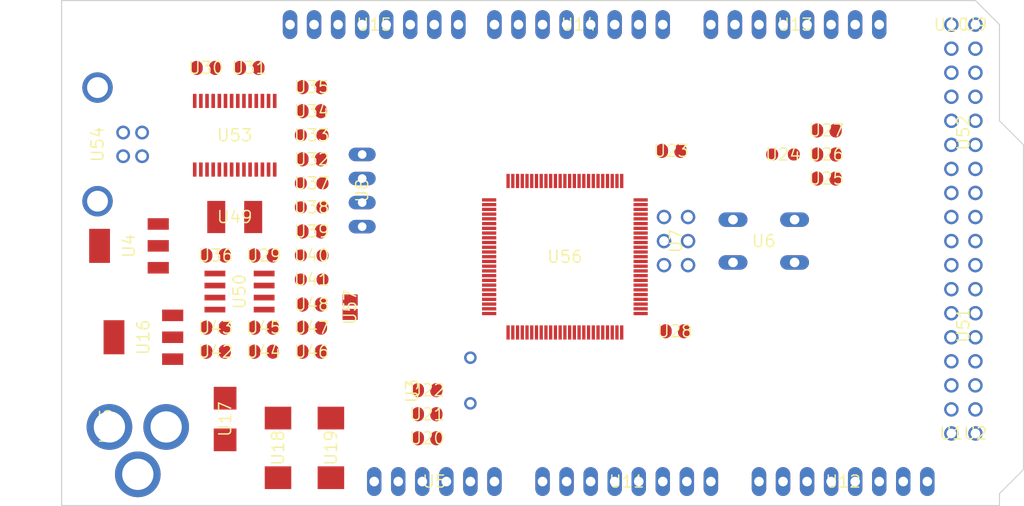
<source format=kicad_pcb>
(kicad_pcb (version 20221018) (generator pcbnew)
  (layers (0 "F.Cu" signal "Top") (31 "B.Cu" signal "Bottom") (34 "B.Paste" user) (35 "F.Paste" user) (36 "B.SilkS" user "B.Silkscreen") (37 "F.SilkS" user "F.Silkscreen") (38 "B.Mask" user) (39 "F.Mask" user) (44 "Edge.Cuts" user))
  (net 0 "")
  (net 1 "+5V")
  (net 2 "GND")
  (net 3 "N$6")
  (net 4 "N$7")
  (net 5 "AREF")
  (net 6 "RESET")
  (net 7 "VIN")
  (net 8 "N$3")
  (net 9 "PWRIN")
  (net 10 "M8RXD")
  (net 11 "M8TXD")
  (net 12 "ADC0")
  (net 13 "ADC2")
  (net 14 "ADC1")
  (net 15 "ADC3")
  (net 16 "ADC4")
  (net 17 "ADC5")
  (net 18 "ADC6")
  (net 19 "ADC7")
  (net 20 "+3V3")
  (net 21 "SDA")
  (net 22 "SCL")
  (net 23 "ADC9")
  (net 24 "ADC8")
  (net 25 "ADC10")
  (net 26 "ADC11")
  (net 27 "ADC12")
  (net 28 "ADC13")
  (net 29 "ADC14")
  (net 30 "ADC15")
  (net 31 "PB3")
  (net 32 "PB2")
  (net 33 "PB1")
  (net 34 "PB5")
  (net 35 "PB4")
  (net 36 "PE5")
  (net 37 "PE4")
  (net 38 "PE3")
  (net 39 "PE1")
  (net 40 "PE0")
  (net 41 "N$15")
  (net 42 "N$53")
  (net 43 "N$54")
  (net 44 "N$55")
  (net 45 "D-")
  (net 46 "D+")
  (net 47 "N$60")
  (net 48 "DTR")
  (net 49 "USBVCC")
  (net 50 "N$2")
  (net 51 "N$4")
  (net 52 "GATE_CMD")
  (net 53 "CMP")
  (net 54 "PB6")
  (net 55 "PH3")
  (net 56 "PH4")
  (net 57 "PH5")
  (net 58 "PH6")
  (net 59 "PG5")
  (net 60 "RXD1")
  (net 61 "TXD1")
  (net 62 "RXD2")
  (net 63 "RXD3")
  (net 64 "TXD2")
  (net 65 "TXD3")
  (net 66 "PC0")
  (net 67 "PC1")
  (net 68 "PC2")
  (net 69 "PC3")
  (net 70 "PC4")
  (net 71 "PC5")
  (net 72 "PC6")
  (net 73 "PC7")
  (net 74 "PB0")
  (net 75 "PG0")
  (net 76 "PG1")
  (net 77 "PG2")
  (net 78 "PD7")
  (net 79 "PA0")
  (net 80 "PA1")
  (net 81 "PA2")
  (net 82 "PA3")
  (net 83 "PA4")
  (net 84 "PA5")
  (net 85 "PA6")
  (net 86 "PA7")
  (net 87 "PL0")
  (net 88 "PL1")
  (net 89 "PL2")
  (net 90 "PL3")
  (net 91 "PL4")
  (net 92 "PL5")
  (net 93 "PL6")
  (net 94 "PL7")
  (net 95 "PB7")
  (net 96 "CTS")
  (net 97 "DSR")
  (net 98 "DCD")
  (net 99 "RI")
  (footprint "Arduino_MEGA_Reference_Design:2X03" (layer "F.Cu") (at 162.5981 103.7336 -90)
    (fp_text reference "U7")
    (fp_text value "")
  )
  (footprint "Arduino_MEGA_Reference_Design:1X08" (layer "F.Cu") (at 152.3111 80.8736 180)
    (fp_text reference "U14")
    (fp_text value "")
  )
  (footprint "Arduino_MEGA_Reference_Design:1X08" (layer "F.Cu") (at 130.7211 80.8736 180)
    (fp_text reference "U15")
    (fp_text value "")
  )
  (footprint "Arduino_MEGA_Reference_Design:SMC_D" (layer "F.Cu") (at 120.5611 125.5776 -90)
    (fp_text reference "U18")
    (fp_text value "")
  )
  (footprint "Arduino_MEGA_Reference_Design:SMC_D" (layer "F.Cu") (at 126.1491 125.5776 -90)
    (fp_text reference "U19")
    (fp_text value "")
  )
  (footprint "Arduino_MEGA_Reference_Design:B3F-10XX" (layer "F.Cu") (at 171.8691 103.7336 180)
    (fp_text reference "U6")
    (fp_text value "")
  )
  (footprint "Arduino_MEGA_Reference_Design:0805RND" (layer "F.Cu") (at 173.9011 94.5896 180)
    (fp_text reference "U24")
    (fp_text value "")
  )
  (footprint "Arduino_MEGA_Reference_Design:SMB" (layer "F.Cu") (at 114.9731 122.5296 -90)
    (fp_text reference "U17")
    (fp_text value "")
  )
  (footprint "Arduino_MEGA_Reference_Design:DC-21MM" (layer "F.Cu") (at 103.0351 123.2916 90)
    (fp_text reference "U55")
    (fp_text value "")
  )
  (footprint "Arduino_MEGA_Reference_Design:HC49_S" (layer "F.Cu") (at 140.8811 118.4656 90)
    (fp_text reference "U3")
    (fp_text value "")
  )
  (footprint "Arduino_MEGA_Reference_Design:SOT223" (layer "F.Cu") (at 106.3371 113.8936 90)
    (fp_text reference "U16")
    (fp_text value "")
  )
  (footprint "Arduino_MEGA_Reference_Design:1X06" (layer "F.Cu") (at 137.0711 129.1336)
    (fp_text reference "U5")
    (fp_text value "")
  )
  (footprint "Arduino_MEGA_Reference_Design:C0805RND" (layer "F.Cu") (at 124.1171 87.4776)
    (fp_text reference "U35")
    (fp_text value "")
  )
  (footprint "Arduino_MEGA_Reference_Design:C0805RND" (layer "F.Cu") (at 162.4711 113.2586)
    (fp_text reference "U28")
    (fp_text value "")
  )
  (footprint "Arduino_MEGA_Reference_Design:C0805RND" (layer "F.Cu") (at 136.3091 122.0216)
    (fp_text reference "U21")
    (fp_text value "")
  )
  (footprint "Arduino_MEGA_Reference_Design:C0805RND" (layer "F.Cu") (at 136.3091 119.4816)
    (fp_text reference "U22")
    (fp_text value "")
  )
  (footprint "Arduino_MEGA_Reference_Design:C0805RND" (layer "F.Cu") (at 113.9571 112.8776)
    (fp_text reference "U43")
    (fp_text value "")
  )
  (footprint "Arduino_MEGA_Reference_Design:RCL_0805RND" (layer "F.Cu") (at 124.1171 105.2576)
    (fp_text reference "U40")
    (fp_text value "")
  )
  (footprint "Arduino_MEGA_Reference_Design:RCL_0805RND" (layer "F.Cu") (at 124.1171 107.7976)
    (fp_text reference "U41")
    (fp_text value "")
  )
  (footprint "Arduino_MEGA_Reference_Design:1X08" (layer "F.Cu") (at 157.3911 129.1336)
    (fp_text reference "U11")
    (fp_text value "")
  )
  (footprint "Arduino_MEGA_Reference_Design:1X08" (layer "F.Cu") (at 175.1711 80.8736 180)
    (fp_text reference "U13")
    (fp_text value "")
  )
  (footprint "Arduino_MEGA_Reference_Design:R0805RND" (layer "F.Cu") (at 178.4731 94.5896 180)
    (fp_text reference "U26")
    (fp_text value "")
  )
  (footprint "Arduino_MEGA_Reference_Design:R0805RND" (layer "F.Cu") (at 178.4731 92.0496 180)
    (fp_text reference "U27")
    (fp_text value "")
  )
  (footprint "Arduino_MEGA_Reference_Design:TQFP100" (layer "F.Cu") (at 150.86109924316406 105.38818359375 0)
    (fp_text reference "U56")
    (fp_text value "")
  )
  (footprint "Arduino_MEGA_Reference_Design:C0805RND" (layer "F.Cu") (at 162.0901 94.2086 180)
    (fp_text reference "U23")
    (fp_text value "")
  )
  (footprint "Arduino_MEGA_Reference_Design:C0805RND" (layer "F.Cu") (at 136.3091 124.5616)
    (fp_text reference "U20")
    (fp_text value "")
  )
  (footprint "Arduino_MEGA_Reference_Design:1X08" (layer "F.Cu") (at 180.2511 129.1336)
    (fp_text reference "U12")
    (fp_text value "")
  )
  (footprint "Arduino_MEGA_Reference_Design:R0805RND" (layer "F.Cu") (at 124.1171 112.8776)
    (fp_text reference "U47")
    (fp_text value "")
  )
  (footprint "Arduino_MEGA_Reference_Design:C0805RND" (layer "F.Cu") (at 124.1171 115.4176)
    (fp_text reference "U46")
    (fp_text value "")
  )
  (footprint "Arduino_MEGA_Reference_Design:C0805RND" (layer "F.Cu") (at 113.9571 105.2576)
    (fp_text reference "U36")
    (fp_text value "")
  )
  (footprint "Arduino_MEGA_Reference_Design:C0805RND" (layer "F.Cu") (at 112.9411 85.4456)
    (fp_text reference "U30")
    (fp_text value "")
  )
  (footprint "Arduino_MEGA_Reference_Design:0805RND" (layer "F.Cu") (at 124.1171 100.1776 180)
    (fp_text reference "U38")
    (fp_text value "")
  )
  (footprint "Arduino_MEGA_Reference_Design:0805RND" (layer "F.Cu") (at 124.1171 97.6376 180)
    (fp_text reference "U37")
    (fp_text value "")
  )
  (footprint "Arduino_MEGA_Reference_Design:R0805RND" (layer "F.Cu") (at 124.1171 95.0976)
    (fp_text reference "U32")
    (fp_text value "")
  )
  (footprint "Arduino_MEGA_Reference_Design:R0805RND" (layer "F.Cu") (at 124.1171 102.7176)
    (fp_text reference "U39")
    (fp_text value "")
  )
  (footprint "Arduino_MEGA_Reference_Design:SSOP28" (layer "F.Cu") (at 115.9891 92.5576)
    (fp_text reference "U53")
    (fp_text value "")
  )
  (footprint "Arduino_MEGA_Reference_Design:PN61729" (layer "F.Cu") (at 98.9584 93.5228 -90)
    (fp_text reference "U54")
    (fp_text value "")
  )
  (footprint "Arduino_MEGA_Reference_Design:L1812" (layer "F.Cu") (at 115.9891 101.1936)
    (fp_text reference "U49")
    (fp_text value "")
  )
  (footprint "Arduino_MEGA_Reference_Design:C0805RND" (layer "F.Cu") (at 117.5131 85.4456)
    (fp_text reference "U31")
    (fp_text value "")
  )
  (footprint "Arduino_MEGA_Reference_Design:0805RND" (layer "F.Cu") (at 124.1171 92.5576 180)
    (fp_text reference "U33")
    (fp_text value "")
  )
  (footprint "Arduino_MEGA_Reference_Design:R0805RND" (layer "F.Cu") (at 124.1171 90.0176 180)
    (fp_text reference "U34")
    (fp_text value "")
  )
  (footprint "Arduino_MEGA_Reference_Design:C0805RND" (layer "F.Cu") (at 124.1171 110.4392 180)
    (fp_text reference "U48")
    (fp_text value "")
  )
  (footprint "Arduino_MEGA_Reference_Design:SOT223" (layer "F.Cu") (at 104.8131 104.2416 90)
    (fp_text reference "U4")
    (fp_text value "")
  )
  (footprint "Arduino_MEGA_Reference_Design:SO08" (layer "F.Cu") (at 116.4971 109.0676 -90)
    (fp_text reference "U50")
    (fp_text value "")
  )
  (footprint "Arduino_MEGA_Reference_Design:R0805RND" (layer "F.Cu") (at 113.9571 115.4176 180)
    (fp_text reference "U42")
    (fp_text value "")
  )
  (footprint "Arduino_MEGA_Reference_Design:R0805RND" (layer "F.Cu") (at 119.0371 112.8776 180)
    (fp_text reference "U45")
    (fp_text value "")
  )
  (footprint "Arduino_MEGA_Reference_Design:C0805RND" (layer "F.Cu") (at 119.0371 115.4176 180)
    (fp_text reference "U44")
    (fp_text value "")
  )
  (footprint "Arduino_MEGA_Reference_Design:C0805RND" (layer "F.Cu") (at 119.0371 105.2576)
    (fp_text reference "U29")
    (fp_text value "")
  )
  (footprint "Arduino_MEGA_Reference_Design:2X08" (layer "F.Cu") (at 192.9511 92.3036 90)
    (fp_text reference "U52")
    (fp_text value "")
  )
  (footprint "Arduino_MEGA_Reference_Design:2X08" (layer "F.Cu") (at 192.9511 112.6236 90)
    (fp_text reference "U51")
    (fp_text value "")
  )
  (footprint "Arduino_MEGA_Reference_Design:R0805RND" (layer "F.Cu") (at 178.4731 97.1296 180)
    (fp_text reference "U25")
    (fp_text value "")
  )
  (footprint "Arduino_MEGA_Reference_Design:1X01" (layer "F.Cu") (at 191.6811 80.8736)
    (fp_text reference "U10")
    (fp_text value "")
  )
  (footprint "Arduino_MEGA_Reference_Design:1X01" (layer "F.Cu") (at 194.2211 80.8736)
    (fp_text reference "U9")
    (fp_text value "")
  )
  (footprint "Arduino_MEGA_Reference_Design:1X01" (layer "F.Cu") (at 191.6811 124.0536)
    (fp_text reference "U1")
    (fp_text value "")
  )
  (footprint "Arduino_MEGA_Reference_Design:1X01" (layer "F.Cu") (at 194.2211 124.0536)
    (fp_text reference "U2")
    (fp_text value "")
  )
  (footprint "Arduino_MEGA_Reference_Design:SJ" (layer "F.Cu") (at 128.1811 110.7186 -90)
    (fp_text reference "U57")
    (fp_text value "")
  )
  (footprint "Arduino_MEGA_Reference_Design:JP4" (layer "F.Cu") (at 129.4511 98.3996 -90)
    (fp_text reference "U8")
    (fp_text value "")
  )
  (gr_line (start 196.7611 80.8736) (end 196.7611 91.0336) (layer "Edge.Cuts") (width 0.12))
  (gr_line (start 196.7611 130.4036) (end 196.7611 131.6736) (layer "Edge.Cuts") (width 0.12))
  (gr_line (start 194.2211 78.3336) (end 196.7611 80.8736) (layer "Edge.Cuts") (width 0.12))
  (gr_line (start 97.7011 78.3336) (end 194.2211 78.3336) (layer "Edge.Cuts") (width 0.12))
  (gr_line (start 196.7611 91.0336) (end 199.3011 93.5736) (layer "Edge.Cuts") (width 0.12))
  (gr_line (start 97.7011 131.6736) (end 97.7011 78.3336) (layer "Edge.Cuts") (width 0.12))
  (gr_line (start 196.7611 131.6736) (end 97.7011 131.6736) (layer "Edge.Cuts") (width 0.12))
  (gr_line (start 199.3011 93.5736) (end 199.3011 127.8636) (layer "Edge.Cuts") (width 0.12))
  (gr_line (start 199.3011 127.8636) (end 196.7611 130.4036) (layer "Edge.Cuts") (width 0.12))
)
</source>
